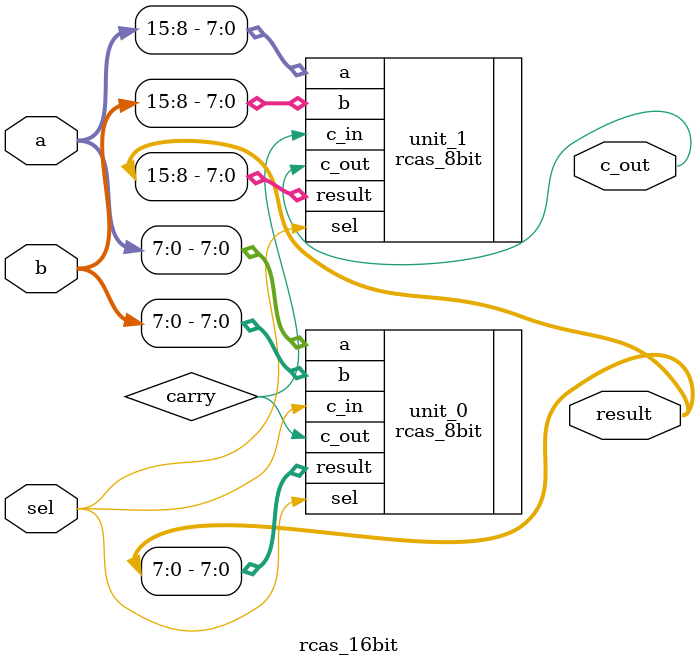
<source format=v>
module rcas_16bit(a, b, sel, result, c_out);
    input [15:0] a,b;
    input sel;
    output [15:0] result;
    output c_out;

    wire carry;
    rcas_8bit unit_0(
        .a(a[7:0]),
        .b(b[7:0]),
        .sel(sel),
        .result(result[7:0]),
        .c_in(sel),
        .c_out(carry)
    );

    rcas_8bit unit_1(
        .a(a[15:8]),
        .b(b[15:8]),
        .sel(sel),
        .result(result[15:8]),
        .c_in(carry),
        .c_out(c_out)
    );
endmodule
</source>
